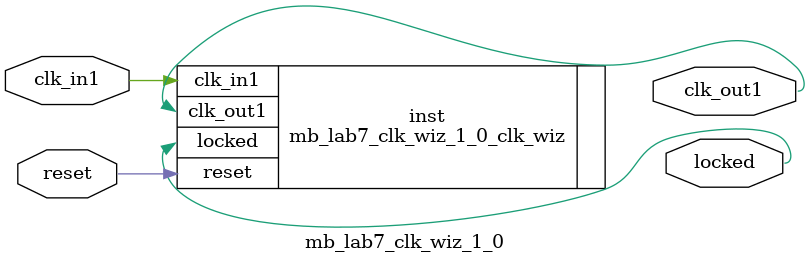
<source format=v>


`timescale 1ps/1ps

(* CORE_GENERATION_INFO = "mb_lab7_clk_wiz_1_0,clk_wiz_v6_0_11_0_0,{component_name=mb_lab7_clk_wiz_1_0,use_phase_alignment=true,use_min_o_jitter=false,use_max_i_jitter=false,use_dyn_phase_shift=false,use_inclk_switchover=false,use_dyn_reconfig=false,enable_axi=0,feedback_source=FDBK_AUTO,PRIMITIVE=MMCM,num_out_clk=1,clkin1_period=10.000,clkin2_period=10.000,use_power_down=false,use_reset=true,use_locked=true,use_inclk_stopped=false,feedback_type=SINGLE,CLOCK_MGR_TYPE=NA,manual_override=false}" *)

module mb_lab7_clk_wiz_1_0 
 (
  // Clock out ports
  output        clk_out1,
  // Status and control signals
  input         reset,
  output        locked,
 // Clock in ports
  input         clk_in1
 );

  mb_lab7_clk_wiz_1_0_clk_wiz inst
  (
  // Clock out ports  
  .clk_out1(clk_out1),
  // Status and control signals               
  .reset(reset), 
  .locked(locked),
 // Clock in ports
  .clk_in1(clk_in1)
  );

endmodule

</source>
